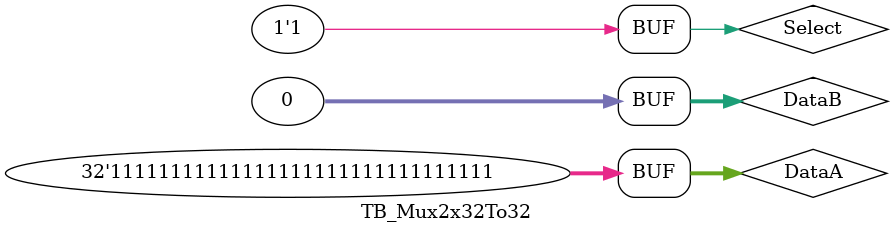
<source format=v>
  module TB_Mux2x32To32();
    
    wire  [31:0] DataOutput;
    reg   [31:0] DataA, DataB; 
    reg          Select;

  
  Mux2x32To32 Mymodule(
    .DataOutput(DataOutput[31:0]),
    .DataA    (DataA      [31:0]),
    .DataB    (DataB      [31:0]),
    .Select   (Select)
  );
  
  initial
   begin
     
     DataA = -32'd1; DataB = 32'd0; Select = 1'b0;
      #100;
     DataA = -32'd1; DataB = 32'd0; Select = 1'b1;
      #100;
     
   end
   
  endmodule
  
</source>
